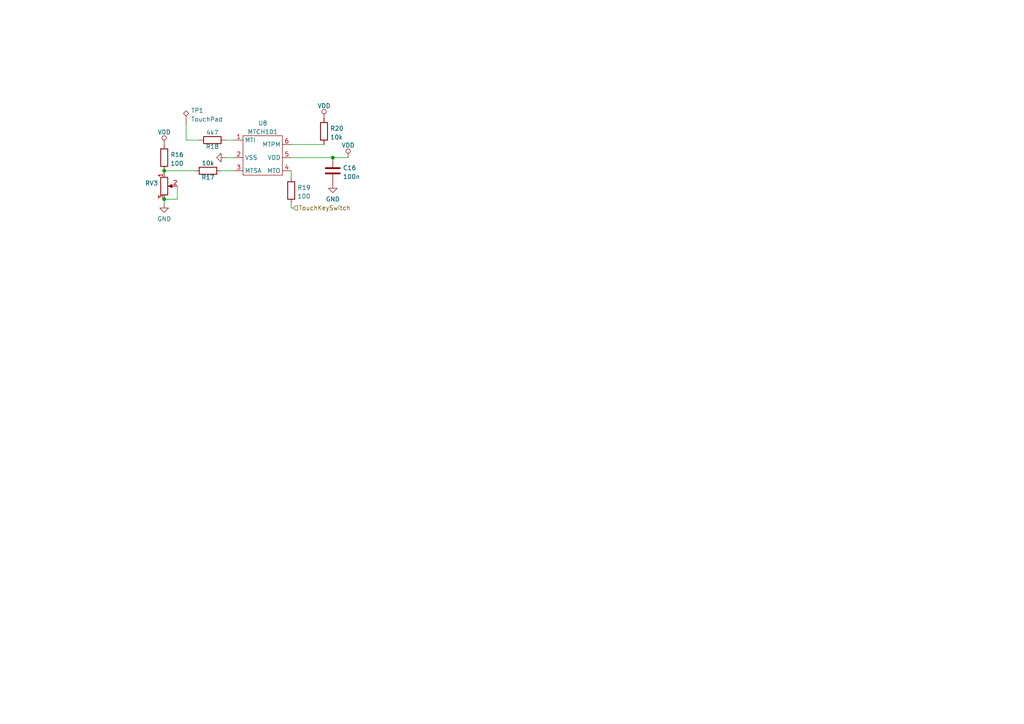
<source format=kicad_sch>
(kicad_sch (version 20211123) (generator eeschema)
  (paper "A4")
  (lib_symbols
    (symbol "Connector:TestPoint_Alt" (pin_numbers hide) (pin_names (offset 0.762) hide)
      (property "Reference" "TP" (at 0 6.858 0))
      (property "Value" "TestPoint_Alt" (at 0 5.08 0))
      (symbol "TestPoint_Alt_0_1"
        (polyline (pts (xy 0 2.54) (xy -0.762 3.302) (xy 0 4.064) (xy 0.762 3.302) (xy 0 2.54)))
      )
      (symbol "TestPoint_Alt_1_1"
        (pin passive line (at 0 0 90) (length 2.54) (name "1") (number "1"))
      )
    )
    (symbol "Device:C" (pin_numbers hide) (pin_names (offset 0.254))
      (property "Reference" "C" (at 0.635 2.54 0))
      (property "Value" "C" (at 0.635 -2.54 0))
      (symbol "C_0_1"
        (polyline (pts (xy -2.032 -0.762) (xy 2.032 -0.762)) (stroke (width 0.508)))
        (polyline (pts (xy -2.032 0.762) (xy 2.032 0.762)) (stroke (width 0.508)))
      )
      (symbol "C_1_1"
        (pin passive line (at 0 3.81 270) (length 2.794) (name "~") (number "1"))
        (pin passive line (at 0 -3.81 90) (length 2.794) (name "~") (number "2"))
      )
    )
    (symbol "Device:R" (pin_numbers hide) (pin_names (offset 0))
      (property "Reference" "R" (at 2.032 0 90))
      (property "Value" "R" (at 0 0 90))
      (symbol "R_0_1"
        (rectangle (start -1.016 -2.54) (end 1.016 2.54) (stroke (width 0.254)))
      )
      (symbol "R_1_1"
        (pin passive line (at 0 3.81 270) (length 1.27) (name "~") (number "1"))
        (pin passive line (at 0 -3.81 90) (length 1.27) (name "~") (number "2"))
      )
    )
    (symbol "Device:R_Potentiometer" (pin_names (offset 1.016) hide)
      (property "Reference" "RV" (at -4.445 0 90))
      (property "Value" "R_Potentiometer" (at -2.54 0 90))
      (symbol "R_Potentiometer_0_1"
        (polyline (pts (xy 2.54 0) (xy 1.524 0)))
        (polyline (pts (xy 1.143 0) (xy 2.286 0.508) (xy 2.286 -0.508) (xy 1.143 0)) (fill (type outline)))
        (rectangle (start 1.016 2.54) (end -1.016 -2.54) (stroke (width 0.254)))
      )
      (symbol "R_Potentiometer_1_1"
        (pin passive line (at 0 3.81 270) (length 1.27) (name "1") (number "1"))
        (pin passive line (at 3.81 0 180) (length 1.27) (name "2") (number "2"))
        (pin passive line (at 0 -3.81 90) (length 1.27) (name "3") (number "3"))
      )
    )
    (symbol "myLibrary:GND" (power) (pin_names (offset 0))
      (property "Value" "GND" (at 0 -3.81 0))
      (symbol "GND_0_1"
        (polyline (pts (xy 0 0) (xy 0 -1.27) (xy 1.27 -1.27) (xy 0 -2.54) (xy -1.27 -1.27) (xy 0 -1.27)))
      )
      (symbol "GND_1_1"
        (pin power_in line (at 0 0 270) (length 0) hide (name "GND") (number "1"))
      )
    )
    (symbol "myLibrary:MTCH101"
      (property "Reference" "U" (at 1.27 -8.89 0))
      (property "Value" "MTCH101" (at 1.27 5.08 0))
      (symbol "MTCH101_0_1"
        (polyline (pts (xy -3.81 3.81) (xy 7.62 3.81) (xy 7.62 -7.62) (xy -3.81 -7.62) (xy -3.81 3.81)) (stroke (width 0.1524)))
      )
      (symbol "MTCH101_1_1"
        (pin input line (at -6.35 2.54 0) (length 2.54) (name "MTI") (number "1"))
        (pin power_in line (at -6.35 -2.54 0) (length 2.54) (name "VSS") (number "2"))
        (pin input line (at -6.35 -6.35 0) (length 2.54) (name "MTSA") (number "3"))
        (pin output line (at 10.16 -6.35 180) (length 2.54) (name "MTO") (number "4"))
        (pin power_in line (at 10.16 -2.54 180) (length 2.54) (name "VDD") (number "5"))
        (pin input line (at 10.16 1.27 180) (length 2.54) (name "MTPM") (number "6"))
      )
    )
    (symbol "myLibrary:VDD" (power) (pin_names (offset 0))
      (property "Value" "VDD" (at 0 3.81 0))
      (symbol "VDD_0_1"
        (polyline (pts (xy 0 0) (xy 0 1.27)))
        (circle (center 0 1.905) (radius 0.635))
      )
      (symbol "VDD_1_1"
        (pin power_in line (at 0 0 90) (length 0) hide (name "VDD") (number "1"))
      )
    )
  )
  (junction (at 96.52 45.72))
  (junction (at 47.625 57.785))
  (junction (at 47.625 49.53))
  (wire (pts (xy 65.405 40.64) (xy 67.945 40.64)))
  (wire (pts (xy 84.455 41.91) (xy 93.98 41.91)))
  (wire (pts (xy 53.975 40.64) (xy 53.975 36.195)))
  (wire (pts (xy 84.455 49.53) (xy 84.455 51.435)))
  (wire (pts (xy 51.435 57.785) (xy 51.435 53.975)))
  (wire (pts (xy 47.625 49.53) (xy 56.515 49.53)))
  (wire (pts (xy 47.625 49.53) (xy 47.625 50.165)))
  (wire (pts (xy 47.625 57.785) (xy 51.435 57.785)))
  (wire (pts (xy 84.455 45.72) (xy 96.52 45.72)))
  (wire (pts (xy 47.625 57.785) (xy 47.625 59.055)))
  (wire (pts (xy 57.785 40.64) (xy 53.975 40.64)))
  (wire (pts (xy 84.455 60.325) (xy 85.09 60.325)))
  (wire (pts (xy 64.135 49.53) (xy 67.945 49.53)))
  (wire (pts (xy 96.52 45.72) (xy 100.965 45.72)))
  (wire (pts (xy 65.405 45.72) (xy 67.945 45.72)))
  (wire (pts (xy 84.455 59.055) (xy 84.455 60.325)))
  (hierarchical_label "TouchKeySwitch" (shape input) (at 85.09 60.325 0))
  (symbol (lib_id "myLibrary:GND") (at 65.405 45.72 270) (unit 1)
    (property "Reference" "#PWR056" (effects hide))
    (property "Value" "GND" (effects hide))
  )
  (symbol (lib_id "Device:R") (at 60.325 49.53 90) (unit 1)
    (property "Reference" "R17" (at 60.325 51.435 90))
    (property "Value" "10k" (at 60.325 47.3511 90))
    (property "Footprint" "Resistor_SMD:R_0201_0603Metric_Pad0.64x0.40mm_HandSolder" (effects hide))
  )
  (symbol (lib_id "Device:R") (at 61.595 40.64 90) (unit 1)
    (property "Reference" "R18" (at 61.595 42.545 90))
    (property "Value" "4k7" (at 61.595 38.4611 90))
    (property "Footprint" "Resistor_SMD:R_0201_0603Metric_Pad0.64x0.40mm_HandSolder" (effects hide))
  )
  (symbol (lib_id "myLibrary:VDD") (at 93.98 34.29 0) (unit 1)
    (property "Reference" "#PWR057" (effects hide))
    (property "Value" "VDD" (at 93.98 30.7142 0))
  )
  (symbol (lib_id "Device:R") (at 47.625 45.72 0) (unit 1)
    (property "Reference" "R16" (at 49.403 44.8853 0) (effects (justify left)))
    (property "Value" "100" (at 49.403 47.4222 0) (effects (justify left)))
    (property "Footprint" "Resistor_SMD:R_0201_0603Metric_Pad0.64x0.40mm_HandSolder" (effects hide))
  )
  (symbol (lib_id "Device:R") (at 84.455 55.245 0) (unit 1)
    (property "Reference" "R19" (at 86.233 54.4103 0) (effects (justify left)))
    (property "Value" "100" (at 86.233 56.9472 0) (effects (justify left)))
    (property "Footprint" "Resistor_SMD:R_0201_0603Metric_Pad0.64x0.40mm_HandSolder" (effects hide))
  )
  (symbol (lib_id "Device:R_Potentiometer") (at 47.625 53.975 0) (unit 1)
    (property "Reference" "RV3" (at 45.8471 53.1403 0) (effects (justify right)))
    (property "Value" "R_Potentiometer" (effects hide))
    (property "Footprint" "Potentiometer_SMD:Potentiometer_Bourns_TC33X_Vertical" (effects hide))
    (property "Supplier and ref" "743-2491" (effects hide))
  )
  (symbol (lib_id "myLibrary:GND") (at 96.52 53.34 0) (unit 1)
    (property "Reference" "#PWR058" (effects hide))
    (property "Value" "GND" (at 96.52 57.7834 0))
  )
  (symbol (lib_id "Connector:TestPoint_Alt") (at 53.975 36.195 0) (unit 1)
    (property "Reference" "TP1" (at 55.372 32.0583 0) (effects (justify left)))
    (property "Value" "TouchPad" (at 55.372 34.5952 0) (effects (justify left)))
    (property "Footprint" "Connector_Wire:SolderWire-0.15sqmm_1x01_D0.5mm_OD1.5mm" (effects hide))
  )
  (symbol (lib_id "Device:C") (at 96.52 49.53 0) (unit 1)
    (property "Reference" "C16" (at 99.441 48.6953 0) (effects (justify left)))
    (property "Value" "100n" (at 99.441 51.2322 0) (effects (justify left)))
    (property "Footprint" "Capacitor_SMD:C_0603_1608Metric_Pad1.08x0.95mm_HandSolder" (effects hide))
  )
  (symbol (lib_id "myLibrary:GND") (at 47.625 59.055 0) (unit 1)
    (property "Reference" "#PWR055" (effects hide))
    (property "Value" "GND" (at 47.625 63.4984 0))
  )
  (symbol (lib_id "Device:R") (at 93.98 38.1 0) (unit 1)
    (property "Reference" "R20" (at 95.758 37.2653 0) (effects (justify left)))
    (property "Value" "10k" (at 95.758 39.8022 0) (effects (justify left)))
    (property "Footprint" "Resistor_SMD:R_0201_0603Metric_Pad0.64x0.40mm_HandSolder" (effects hide))
  )
  (symbol (lib_id "myLibrary:MTCH101") (at 74.295 43.18 0) (unit 1)
    (property "Reference" "U8" (at 76.2 35.721 0))
    (property "Value" "MTCH101" (at 76.2 38.2579 0))
    (property "Footprint" "Package_TO_SOT_SMD:SOT-23-6_Handsoldering" (effects hide))
  )
  (symbol (lib_id "myLibrary:VDD") (at 47.625 41.91 0) (unit 1)
    (property "Reference" "#PWR0143" (effects hide))
    (property "Value" "VDD" (at 47.625 38.3342 0))
  )
  (symbol (lib_id "myLibrary:VDD") (at 100.965 45.72 0) (unit 1)
    (property "Reference" "#PWR059" (effects hide))
    (property "Value" "VDD" (at 100.965 42.1442 0))
  )
)
</source>
